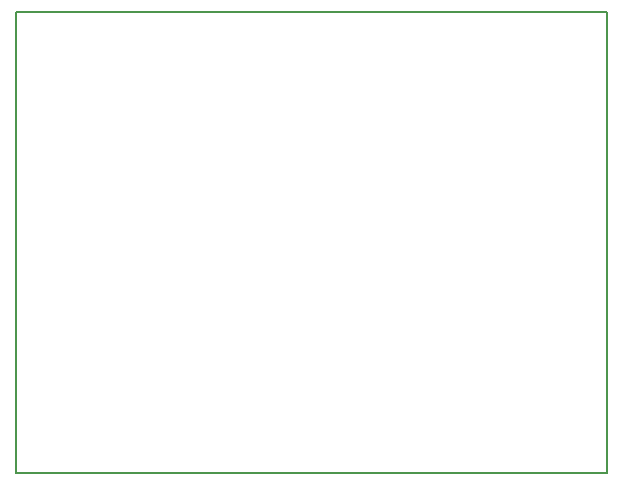
<source format=gbr>
%TF.GenerationSoftware,KiCad,Pcbnew,(6.0.4)*%
%TF.CreationDate,2023-01-02T17:26:25-06:00*%
%TF.ProjectId,FordOilPressure,466f7264-4f69-46c5-9072-657373757265,rev?*%
%TF.SameCoordinates,Original*%
%TF.FileFunction,Profile,NP*%
%FSLAX46Y46*%
G04 Gerber Fmt 4.6, Leading zero omitted, Abs format (unit mm)*
G04 Created by KiCad (PCBNEW (6.0.4)) date 2023-01-02 17:26:25*
%MOMM*%
%LPD*%
G01*
G04 APERTURE LIST*
%TA.AperFunction,Profile*%
%ADD10C,0.200000*%
%TD*%
G04 APERTURE END LIST*
D10*
X12086015Y-12047683D02*
X62097855Y-12047683D01*
X62097855Y-12047683D02*
X62097855Y-51062944D01*
X62097855Y-51062944D02*
X12086015Y-51062944D01*
X12086015Y-51062944D02*
X12086015Y-12047683D01*
M02*

</source>
